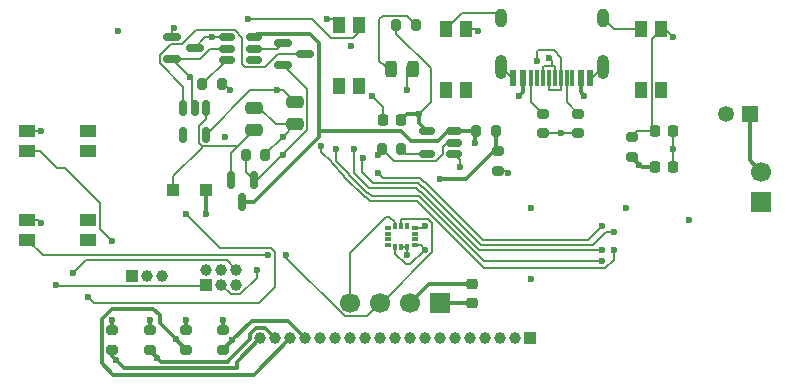
<source format=gbr>
%TF.GenerationSoftware,KiCad,Pcbnew,9.0.1*%
%TF.CreationDate,2025-06-14T17:56:14-05:00*%
%TF.ProjectId,OM-FlexGrid-Rigid-PCB,4f4d2d46-6c65-4784-9772-69642d526967,rev?*%
%TF.SameCoordinates,Original*%
%TF.FileFunction,Copper,L1,Top*%
%TF.FilePolarity,Positive*%
%FSLAX46Y46*%
G04 Gerber Fmt 4.6, Leading zero omitted, Abs format (unit mm)*
G04 Created by KiCad (PCBNEW 9.0.1) date 2025-06-14 17:56:14*
%MOMM*%
%LPD*%
G01*
G04 APERTURE LIST*
G04 Aperture macros list*
%AMRoundRect*
0 Rectangle with rounded corners*
0 $1 Rounding radius*
0 $2 $3 $4 $5 $6 $7 $8 $9 X,Y pos of 4 corners*
0 Add a 4 corners polygon primitive as box body*
4,1,4,$2,$3,$4,$5,$6,$7,$8,$9,$2,$3,0*
0 Add four circle primitives for the rounded corners*
1,1,$1+$1,$2,$3*
1,1,$1+$1,$4,$5*
1,1,$1+$1,$6,$7*
1,1,$1+$1,$8,$9*
0 Add four rect primitives between the rounded corners*
20,1,$1+$1,$2,$3,$4,$5,0*
20,1,$1+$1,$4,$5,$6,$7,0*
20,1,$1+$1,$6,$7,$8,$9,0*
20,1,$1+$1,$8,$9,$2,$3,0*%
G04 Aperture macros list end*
%TA.AperFunction,SMDPad,CuDef*%
%ADD10RoundRect,0.243750X0.243750X0.456250X-0.243750X0.456250X-0.243750X-0.456250X0.243750X-0.456250X0*%
%TD*%
%TA.AperFunction,SMDPad,CuDef*%
%ADD11RoundRect,0.200000X-0.200000X-0.275000X0.200000X-0.275000X0.200000X0.275000X-0.200000X0.275000X0*%
%TD*%
%TA.AperFunction,ComponentPad*%
%ADD12R,1.000000X1.000000*%
%TD*%
%TA.AperFunction,ComponentPad*%
%ADD13C,1.000000*%
%TD*%
%TA.AperFunction,SMDPad,CuDef*%
%ADD14R,0.600000X0.300000*%
%TD*%
%TA.AperFunction,SMDPad,CuDef*%
%ADD15R,0.300000X0.600000*%
%TD*%
%TA.AperFunction,ComponentPad*%
%ADD16R,1.700000X1.700000*%
%TD*%
%TA.AperFunction,ComponentPad*%
%ADD17C,1.700000*%
%TD*%
%TA.AperFunction,SMDPad,CuDef*%
%ADD18RoundRect,0.200000X-0.275000X0.200000X-0.275000X-0.200000X0.275000X-0.200000X0.275000X0.200000X0*%
%TD*%
%TA.AperFunction,SMDPad,CuDef*%
%ADD19RoundRect,0.250000X-0.300000X-0.300000X0.300000X-0.300000X0.300000X0.300000X-0.300000X0.300000X0*%
%TD*%
%TA.AperFunction,SMDPad,CuDef*%
%ADD20R,1.450000X1.000000*%
%TD*%
%TA.AperFunction,SMDPad,CuDef*%
%ADD21RoundRect,0.150000X-0.150000X0.512500X-0.150000X-0.512500X0.150000X-0.512500X0.150000X0.512500X0*%
%TD*%
%TA.AperFunction,SMDPad,CuDef*%
%ADD22RoundRect,0.225000X-0.250000X0.225000X-0.250000X-0.225000X0.250000X-0.225000X0.250000X0.225000X0*%
%TD*%
%TA.AperFunction,SMDPad,CuDef*%
%ADD23RoundRect,0.150000X-0.587500X-0.150000X0.587500X-0.150000X0.587500X0.150000X-0.587500X0.150000X0*%
%TD*%
%TA.AperFunction,SMDPad,CuDef*%
%ADD24RoundRect,0.200000X0.200000X0.275000X-0.200000X0.275000X-0.200000X-0.275000X0.200000X-0.275000X0*%
%TD*%
%TA.AperFunction,SMDPad,CuDef*%
%ADD25RoundRect,0.150000X-0.512500X-0.150000X0.512500X-0.150000X0.512500X0.150000X-0.512500X0.150000X0*%
%TD*%
%TA.AperFunction,SMDPad,CuDef*%
%ADD26R,1.000000X1.450000*%
%TD*%
%TA.AperFunction,SMDPad,CuDef*%
%ADD27RoundRect,0.150000X-0.150000X0.587500X-0.150000X-0.587500X0.150000X-0.587500X0.150000X0.587500X0*%
%TD*%
%TA.AperFunction,SMDPad,CuDef*%
%ADD28RoundRect,0.225000X-0.225000X-0.250000X0.225000X-0.250000X0.225000X0.250000X-0.225000X0.250000X0*%
%TD*%
%TA.AperFunction,SMDPad,CuDef*%
%ADD29RoundRect,0.250000X-0.475000X0.250000X-0.475000X-0.250000X0.475000X-0.250000X0.475000X0.250000X0*%
%TD*%
%TA.AperFunction,SMDPad,CuDef*%
%ADD30RoundRect,0.150000X0.512500X0.150000X-0.512500X0.150000X-0.512500X-0.150000X0.512500X-0.150000X0*%
%TD*%
%TA.AperFunction,SMDPad,CuDef*%
%ADD31R,0.600000X1.450000*%
%TD*%
%TA.AperFunction,SMDPad,CuDef*%
%ADD32R,0.300000X1.450000*%
%TD*%
%TA.AperFunction,HeatsinkPad*%
%ADD33O,1.000000X2.100000*%
%TD*%
%TA.AperFunction,HeatsinkPad*%
%ADD34O,1.000000X1.600000*%
%TD*%
%TA.AperFunction,SMDPad,CuDef*%
%ADD35RoundRect,0.225000X0.225000X0.250000X-0.225000X0.250000X-0.225000X-0.250000X0.225000X-0.250000X0*%
%TD*%
%TA.AperFunction,SMDPad,CuDef*%
%ADD36RoundRect,0.250000X0.475000X-0.250000X0.475000X0.250000X-0.475000X0.250000X-0.475000X-0.250000X0*%
%TD*%
%TA.AperFunction,SMDPad,CuDef*%
%ADD37RoundRect,0.200000X0.275000X-0.200000X0.275000X0.200000X-0.275000X0.200000X-0.275000X-0.200000X0*%
%TD*%
%TA.AperFunction,ComponentPad*%
%ADD38R,1.350000X1.350000*%
%TD*%
%TA.AperFunction,ComponentPad*%
%ADD39C,1.350000*%
%TD*%
%TA.AperFunction,ViaPad*%
%ADD40C,0.600000*%
%TD*%
%TA.AperFunction,Conductor*%
%ADD41C,0.200000*%
%TD*%
%TA.AperFunction,Conductor*%
%ADD42C,0.350000*%
%TD*%
G04 APERTURE END LIST*
D10*
%TO.P,D2,1,K*%
%TO.N,Net-(D2-K)*%
X186000000Y-104250000D03*
%TO.P,D2,2,A*%
%TO.N,Net-(D2-A)*%
X184125000Y-104250000D03*
%TD*%
D11*
%TO.P,R5,2*%
%TO.N,Net-(D2-A)*%
X186250000Y-100500000D03*
%TO.P,R5,1*%
%TO.N,VBUS*%
X184600000Y-100500000D03*
%TD*%
D12*
%TO.P,J6,1,Pin_1*%
%TO.N,GND*%
X162230000Y-121750000D03*
D13*
%TO.P,J6,2,Pin_2*%
%TO.N,RX*%
X163500000Y-121750000D03*
%TO.P,J6,3,Pin_3*%
%TO.N,TX*%
X164770000Y-121750000D03*
%TD*%
D12*
%TO.P,J1,1,Pin_1*%
%TO.N,GP41*%
X168480000Y-122500000D03*
D13*
%TO.P,J1,2,Pin_2*%
%TO.N,SPI_MOSI*%
X168480000Y-121230000D03*
%TO.P,J1,3,Pin_3*%
%TO.N,SPI_SCK*%
X169750000Y-122500000D03*
%TO.P,J1,4,Pin_4*%
%TO.N,SPI_MISO*%
X169750000Y-121230000D03*
%TO.P,J1,5,Pin_5*%
%TO.N,CS*%
X171020000Y-122500000D03*
%TO.P,J1,6,Pin_6*%
%TO.N,GP40*%
X171020000Y-121230000D03*
%TD*%
D14*
%TO.P,IC1,1,SDO/AD0*%
%TO.N,unconnected-(IC1-SDO{slash}AD0-Pad1)*%
X183850000Y-117650000D03*
%TO.P,IC1,2,RESV1*%
%TO.N,unconnected-(IC1-RESV1-Pad2)*%
X183850000Y-118150000D03*
%TO.P,IC1,3,RESV2*%
%TO.N,unconnected-(IC1-RESV2-Pad3)*%
X183850000Y-118650000D03*
%TO.P,IC1,4,INT1/INT*%
%TO.N,unconnected-(IC1-INT1{slash}INT-Pad4)*%
X183850000Y-119150000D03*
D15*
%TO.P,IC1,5,VDDIO*%
%TO.N,+3V3*%
X184500000Y-119300000D03*
%TO.P,IC1,6,GND*%
%TO.N,GND*%
X185000000Y-119300000D03*
%TO.P,IC1,7,RESV_3*%
X185500000Y-119300000D03*
D14*
%TO.P,IC1,8,VDD*%
%TO.N,+3V3*%
X186150000Y-119150000D03*
%TO.P,IC1,9,INT2/FSYNC/CLKIN*%
%TO.N,unconnected-(IC1-INT2{slash}FSYNC{slash}CLKIN-Pad9)*%
X186150000Y-118650000D03*
%TO.P,IC1,10,RESV_4*%
%TO.N,unconnected-(IC1-RESV_4-Pad10)*%
X186150000Y-118150000D03*
%TO.P,IC1,11,RESV_5*%
%TO.N,GND*%
X186150000Y-117650000D03*
D15*
%TO.P,IC1,12,AP_CS*%
%TO.N,unconnected-(IC1-AP_CS-Pad12)*%
X185500000Y-117500000D03*
%TO.P,IC1,13,SCL/SCLK*%
%TO.N,SCL*%
X185000000Y-117500000D03*
%TO.P,IC1,14,SDA/SDIO/ASDI*%
%TO.N,SDA*%
X184500000Y-117500000D03*
%TD*%
D16*
%TO.P,SCRN1,1,Pin_1*%
%TO.N,GND*%
X188310000Y-124000000D03*
D17*
%TO.P,SCRN1,2,Pin_2*%
%TO.N,+3V3*%
X185770000Y-124000000D03*
%TO.P,SCRN1,3,Pin_3*%
%TO.N,SCL*%
X183230000Y-124000000D03*
%TO.P,SCRN1,4,Pin_4*%
%TO.N,SDA*%
X180690000Y-124000000D03*
%TD*%
D18*
%TO.P,R14,1*%
%TO.N,GND*%
X163700000Y-126350000D03*
%TO.P,R14,2*%
%TO.N,ROW_2*%
X163700000Y-128000000D03*
%TD*%
D19*
%TO.P,D1,1,K*%
%TO.N,VIN*%
X165700000Y-114500000D03*
%TO.P,D1,2,A*%
%TO.N,VBUS*%
X168500000Y-114500000D03*
%TD*%
D20*
%TO.P,SELECT1,1,1*%
%TO.N,SELECT*%
X153350000Y-118700000D03*
%TO.P,SELECT1,2,2*%
%TO.N,GND*%
X153350000Y-117000000D03*
%TO.P,SELECT1,3*%
%TO.N,N/C*%
X158500000Y-118700000D03*
%TO.P,SELECT1,4*%
X158500000Y-117000000D03*
%TD*%
D21*
%TO.P,U3,1,IN*%
%TO.N,VIN*%
X168450000Y-107500000D03*
%TO.P,U3,2,GND*%
%TO.N,GND*%
X167500000Y-107500000D03*
%TO.P,U3,3,EN*%
%TO.N,Net-(U3-EN)*%
X166550000Y-107500000D03*
%TO.P,U3,4,NC*%
%TO.N,unconnected-(U3-NC-Pad4)*%
X166550000Y-109775000D03*
%TO.P,U3,5,OUT*%
%TO.N,+3V3*%
X168450000Y-109775000D03*
%TD*%
D20*
%TO.P,MENU1,1,1*%
%TO.N,MENU*%
X153350000Y-111200000D03*
%TO.P,MENU1,2,2*%
%TO.N,GND*%
X153350000Y-109500000D03*
%TO.P,MENU1,3*%
%TO.N,N/C*%
X158500000Y-111200000D03*
%TO.P,MENU1,4*%
X158500000Y-109500000D03*
%TD*%
D22*
%TO.P,C11,1*%
%TO.N,+3V3*%
X191000000Y-122450000D03*
%TO.P,C11,2*%
%TO.N,GND*%
X191000000Y-124000000D03*
%TD*%
D18*
%TO.P,R2,1*%
%TO.N,Net-(J4-CC1)*%
X200000000Y-108000000D03*
%TO.P,R2,2*%
%TO.N,GND*%
X200000000Y-109650000D03*
%TD*%
D23*
%TO.P,Q3,1,G*%
%TO.N,PWR_OFF*%
X165625000Y-101500000D03*
%TO.P,Q3,2,S*%
%TO.N,GND*%
X165625000Y-103400000D03*
%TO.P,Q3,3,D*%
%TO.N,Net-(MAX1-In)*%
X167500000Y-102450000D03*
%TD*%
D24*
%TO.P,R4,1*%
%TO.N,Net-(U4-PROG)*%
X185000000Y-111000000D03*
%TO.P,R4,2*%
%TO.N,GND*%
X183350000Y-111000000D03*
%TD*%
D25*
%TO.P,MAX1,1,In*%
%TO.N,Net-(MAX1-In)*%
X170225000Y-101550000D03*
%TO.P,MAX1,2,GND*%
%TO.N,GND*%
X170225000Y-102500000D03*
%TO.P,MAX1,3,CLEAR*%
%TO.N,Net-(MAX1-CLEAR)*%
X170225000Y-103450000D03*
%TO.P,MAX1,4,OU*%
%TO.N,unconnected-(MAX1-OU-Pad4)*%
X172500000Y-103450000D03*
%TO.P,MAX1,5,OUT*%
%TO.N,LDO_EN*%
X172500000Y-102500000D03*
%TO.P,MAX1,6,Vcc*%
%TO.N,VBAT*%
X172500000Y-101550000D03*
%TD*%
D26*
%TO.P,BOOT1,1,1*%
%TO.N,GND*%
X205300000Y-100850000D03*
%TO.P,BOOT1,2,2*%
%TO.N,EN*%
X207000000Y-100850000D03*
%TO.P,BOOT1,3*%
%TO.N,N/C*%
X205300000Y-106000000D03*
%TO.P,BOOT1,4*%
X207000000Y-106000000D03*
%TD*%
D27*
%TO.P,Q2,1,G*%
%TO.N,VBUS*%
X172500000Y-113600000D03*
%TO.P,Q2,2,S*%
%TO.N,VIN*%
X170600000Y-113600000D03*
%TO.P,Q2,3,D*%
%TO.N,VBAT*%
X171550000Y-115475000D03*
%TD*%
D18*
%TO.P,R1,1*%
%TO.N,Net-(J4-CC2)*%
X197000000Y-108000000D03*
%TO.P,R1,2*%
%TO.N,GND*%
X197000000Y-109650000D03*
%TD*%
D26*
%TO.P,SW_PWR1,1,1*%
%TO.N,GND*%
X179750000Y-100500000D03*
%TO.P,SW_PWR1,2,2*%
%TO.N,Net-(MAX1-In)*%
X181450000Y-100500000D03*
%TO.P,SW_PWR1,3*%
%TO.N,N/C*%
X179750000Y-105650000D03*
%TO.P,SW_PWR1,4*%
X181450000Y-105650000D03*
%TD*%
D28*
%TO.P,C10,1*%
%TO.N,+3V3*%
X206450000Y-112500000D03*
%TO.P,C10,2*%
%TO.N,GND*%
X208000000Y-112500000D03*
%TD*%
D18*
%TO.P,R8,1*%
%TO.N,ADC_BAT*%
X193175000Y-111175000D03*
%TO.P,R8,2*%
%TO.N,GND*%
X193175000Y-112825000D03*
%TD*%
D28*
%TO.P,C8,1*%
%TO.N,GND*%
X183450000Y-108500000D03*
%TO.P,C8,2*%
%TO.N,VBUS*%
X185000000Y-108500000D03*
%TD*%
D16*
%TO.P,J2,1,Pin_1*%
%TO.N,GND*%
X215500000Y-115500000D03*
D17*
%TO.P,J2,2,Pin_2*%
%TO.N,VBAT*%
X215500000Y-112960000D03*
%TD*%
D11*
%TO.P,R3,1*%
%TO.N,Net-(MAX1-CLEAR)*%
X168175000Y-105500000D03*
%TO.P,R3,2*%
%TO.N,GND*%
X169825000Y-105500000D03*
%TD*%
D29*
%TO.P,C7,1*%
%TO.N,+3V3*%
X176000000Y-107000000D03*
%TO.P,C7,2*%
%TO.N,GND*%
X176000000Y-108900000D03*
%TD*%
D30*
%TO.P,U4,1,~{CHRG}*%
%TO.N,Net-(D2-K)*%
X189500000Y-111400000D03*
%TO.P,U4,2,GND*%
%TO.N,GND*%
X189500000Y-110450000D03*
%TO.P,U4,3,BAT*%
%TO.N,VBAT*%
X189500000Y-109500000D03*
%TO.P,U4,4,V_{CC}*%
%TO.N,VBUS*%
X187225000Y-109500000D03*
%TO.P,U4,5,PROG*%
%TO.N,Net-(U4-PROG)*%
X187225000Y-111400000D03*
%TD*%
D26*
%TO.P,SW_RST1,1,1*%
%TO.N,GND*%
X188800000Y-100850000D03*
%TO.P,SW_RST1,2,2*%
%TO.N,100*%
X190500000Y-100850000D03*
%TO.P,SW_RST1,3*%
%TO.N,N/C*%
X188800000Y-106000000D03*
%TO.P,SW_RST1,4*%
X190500000Y-106000000D03*
%TD*%
D31*
%TO.P,J4,A1,GND*%
%TO.N,GND*%
X201000000Y-105000000D03*
%TO.P,J4,A4,VBUS*%
%TO.N,VBUS*%
X200200000Y-105000000D03*
D32*
%TO.P,J4,A5,CC1*%
%TO.N,Net-(J4-CC1)*%
X199000000Y-105000000D03*
%TO.P,J4,A6,D+*%
%TO.N,D+*%
X198000000Y-105000000D03*
%TO.P,J4,A7,D-*%
%TO.N,D-*%
X197500000Y-105000000D03*
%TO.P,J4,A8,SBU1*%
%TO.N,unconnected-(J4-SBU1-PadA8)*%
X196500000Y-105000000D03*
D31*
%TO.P,J4,A9,VBUS*%
%TO.N,VBUS*%
X195300000Y-105000000D03*
%TO.P,J4,A12,GND*%
%TO.N,GND*%
X194500000Y-105000000D03*
%TO.P,J4,B1,GND*%
X194500000Y-105000000D03*
%TO.P,J4,B4,VBUS*%
%TO.N,VBUS*%
X195300000Y-105000000D03*
D32*
%TO.P,J4,B5,CC2*%
%TO.N,Net-(J4-CC2)*%
X196000000Y-105000000D03*
%TO.P,J4,B6,D+*%
%TO.N,D+*%
X197000000Y-105000000D03*
%TO.P,J4,B7,D-*%
%TO.N,D-*%
X198500000Y-105000000D03*
%TO.P,J4,B8,SBU2*%
%TO.N,unconnected-(J4-SBU2-PadB8)*%
X199500000Y-105000000D03*
D31*
%TO.P,J4,B9,VBUS*%
%TO.N,VBUS*%
X200200000Y-105000000D03*
%TO.P,J4,B12,GND*%
%TO.N,GND*%
X201000000Y-105000000D03*
D33*
%TO.P,J4,S1,SHIELD*%
X202070000Y-104085000D03*
D34*
X202070000Y-99905000D03*
D33*
X193430000Y-104085000D03*
D34*
X193430000Y-99905000D03*
%TD*%
D35*
%TO.P,C5,1*%
%TO.N,GND*%
X208000000Y-109500000D03*
%TO.P,C5,2*%
%TO.N,EN*%
X206450000Y-109500000D03*
%TD*%
D11*
%TO.P,R7,1*%
%TO.N,VBAT*%
X191350000Y-109500000D03*
%TO.P,R7,2*%
%TO.N,ADC_BAT*%
X193000000Y-109500000D03*
%TD*%
D36*
%TO.P,C6,1*%
%TO.N,VIN*%
X172500000Y-109400000D03*
%TO.P,C6,2*%
%TO.N,GND*%
X172500000Y-107500000D03*
%TD*%
D18*
%TO.P,R15,1*%
%TO.N,GND*%
X160500000Y-126350000D03*
%TO.P,R15,2*%
%TO.N,ROW_3*%
X160500000Y-128000000D03*
%TD*%
%TO.P,R12,1*%
%TO.N,GND*%
X169900000Y-126350000D03*
%TO.P,R12,2*%
%TO.N,ROW_0*%
X169900000Y-128000000D03*
%TD*%
D37*
%TO.P,R6,1*%
%TO.N,+3V3*%
X204500000Y-111650000D03*
%TO.P,R6,2*%
%TO.N,EN*%
X204500000Y-110000000D03*
%TD*%
D18*
%TO.P,R13,1*%
%TO.N,GND*%
X166800000Y-126350000D03*
%TO.P,R13,2*%
%TO.N,ROW_1*%
X166800000Y-128000000D03*
%TD*%
D23*
%TO.P,D3,1*%
%TO.N,LDO_EN*%
X175000000Y-102000000D03*
%TO.P,D3,2*%
%TO.N,VBUS*%
X175000000Y-103900000D03*
%TO.P,D3,3*%
%TO.N,Net-(U3-EN)*%
X176875000Y-102950000D03*
%TD*%
D11*
%TO.P,R9,1*%
%TO.N,VBUS*%
X171850000Y-111500000D03*
%TO.P,R9,2*%
%TO.N,GND*%
X173500000Y-111500000D03*
%TD*%
D38*
%TO.P,J5,1,Pin_1*%
%TO.N,VBAT*%
X214500000Y-108000000D03*
D39*
%TO.P,J5,2,Pin_2*%
%TO.N,MotorGND*%
X212500000Y-108000000D03*
%TD*%
D12*
%TO.P,J3,1,Pin_1*%
%TO.N,COL_0*%
X195930000Y-127000000D03*
D13*
%TO.P,J3,2,Pin_2*%
%TO.N,COL_1*%
X194660000Y-127000000D03*
%TO.P,J3,3,Pin_3*%
%TO.N,COL_2*%
X193390000Y-127000000D03*
%TO.P,J3,4,Pin_4*%
%TO.N,COL_3*%
X192120000Y-127000000D03*
%TO.P,J3,5,Pin_5*%
%TO.N,COL_4*%
X190850000Y-127000000D03*
%TO.P,J3,6,Pin_6*%
%TO.N,COL_5*%
X189580000Y-127000000D03*
%TO.P,J3,7,Pin_7*%
%TO.N,COL_6*%
X188310000Y-127000000D03*
%TO.P,J3,8,Pin_8*%
%TO.N,COL_7*%
X187040000Y-127000000D03*
%TO.P,J3,9,Pin_9*%
%TO.N,COL_8*%
X185770000Y-127000000D03*
%TO.P,J3,10,Pin_10*%
%TO.N,COL_9*%
X184500000Y-127000000D03*
%TO.P,J3,11,Pin_11*%
%TO.N,COL_10*%
X183230000Y-127000000D03*
%TO.P,J3,12,Pin_12*%
%TO.N,COL_11*%
X181960000Y-127000000D03*
%TO.P,J3,13,Pin_13*%
%TO.N,COL_12*%
X180690000Y-127000000D03*
%TO.P,J3,14,Pin_14*%
%TO.N,COL_13*%
X179420000Y-127000000D03*
%TO.P,J3,15,Pin_15*%
%TO.N,COL_14*%
X178150000Y-127000000D03*
%TO.P,J3,16,Pin_16*%
%TO.N,ROW_0*%
X176880000Y-127000000D03*
%TO.P,J3,17,Pin_17*%
%TO.N,ROW_1*%
X175610000Y-127000000D03*
%TO.P,J3,18,Pin_18*%
%TO.N,ROW_2*%
X174340000Y-127000000D03*
%TO.P,J3,19,Pin_19*%
%TO.N,ROW_3*%
X173070000Y-127000000D03*
%TD*%
D40*
%TO.N,GND*%
X170040000Y-109960000D03*
X167112500Y-104887500D03*
%TO.N,100*%
X191500000Y-101000000D03*
%TO.N,SPI_SCK*%
X172750000Y-121250000D03*
%TO.N,GP41*%
X155750000Y-122500000D03*
%TO.N,GP40*%
X157250000Y-121500000D03*
%TO.N,+3V3*%
X205175000Y-112325000D03*
%TO.N,D-*%
X196500000Y-103500000D03*
%TO.N,D+*%
X197500000Y-103250000D03*
%TO.N,ADC_BAT*%
X188250000Y-113500000D03*
%TO.N,EN*%
X208000000Y-101500000D03*
%TO.N,VBAT*%
X191250000Y-110500000D03*
%TO.N,ROW_3*%
X158500000Y-123500000D03*
X166750000Y-116500000D03*
%TO.N,GND*%
X161000000Y-101000000D03*
X154500000Y-109500000D03*
X154500000Y-117250000D03*
%TO.N,SELECT*%
X173750000Y-120000000D03*
%TO.N,MENU*%
X160500000Y-118750000D03*
%TO.N,PWR_OFF*%
X165750000Y-100750000D03*
%TO.N,ROW_1*%
X165900000Y-127100000D03*
%TO.N,ROW_0*%
X170700000Y-127200000D03*
%TO.N,ROW_2*%
X164350000Y-128650000D03*
%TO.N,ROW_3*%
X160875000Y-128875000D03*
%TO.N,SCL*%
X175250000Y-120000000D03*
%TO.N,S1*%
X181750000Y-111750000D03*
%TO.N,S2*%
X181000000Y-111000000D03*
%TO.N,GP16_E*%
X179500000Y-111000000D03*
%TO.N,S3*%
X178250000Y-110750000D03*
%TO.N,S0*%
X183000000Y-113000000D03*
%TO.N,+3V3*%
X180750000Y-102250000D03*
%TO.N,GND*%
X178750000Y-100000000D03*
%TO.N,Net-(MAX1-In)*%
X169000000Y-101550000D03*
X172000000Y-100000000D03*
%TO.N,GND*%
X187000000Y-117500000D03*
%TO.N,+3V3*%
X187000000Y-119500000D03*
%TO.N,GND*%
X185500000Y-120000000D03*
%TO.N,S3*%
X203000000Y-119500000D03*
%TO.N,S0*%
X202000000Y-117500000D03*
%TO.N,S1*%
X203000000Y-118000000D03*
%TO.N,S2*%
X202000000Y-119500000D03*
%TO.N,GP16_E*%
X202000000Y-120500000D03*
%TO.N,+3V3*%
X196000000Y-122000000D03*
X196000000Y-116000000D03*
%TO.N,GND*%
X204000000Y-116000000D03*
%TO.N,Net-(D2-K)*%
X185500000Y-106000000D03*
X190000000Y-112500000D03*
%TO.N,GND*%
X183000000Y-111500000D03*
X182500000Y-106500000D03*
X194000000Y-113000000D03*
X208000000Y-111000000D03*
X209350000Y-117000000D03*
X169900000Y-125500000D03*
X166800000Y-125500000D03*
X163700000Y-125500000D03*
X160500000Y-125500000D03*
X198500000Y-109650000D03*
%TO.N,VBUS*%
X168500000Y-116500000D03*
X186500000Y-108000000D03*
X175000000Y-111500000D03*
X195000000Y-106500000D03*
X200500000Y-106500000D03*
%TO.N,GND*%
X174950000Y-109950000D03*
%TO.N,+3V3*%
X174500000Y-106000000D03*
%TO.N,GND*%
X170500000Y-106000000D03*
%TD*%
D41*
%TO.N,SDA*%
X184449000Y-117199000D02*
X184000000Y-116750000D01*
X184451000Y-117199000D02*
X184449000Y-117199000D01*
X183698000Y-116750000D02*
X180690000Y-119758000D01*
X180690000Y-119758000D02*
X180690000Y-124000000D01*
X184500000Y-117248000D02*
X184451000Y-117199000D01*
X184500000Y-117500000D02*
X184500000Y-117248000D01*
X184000000Y-116750000D02*
X183698000Y-116750000D01*
%TO.N,GND*%
X179250000Y-100000000D02*
X179750000Y-100500000D01*
X178750000Y-100000000D02*
X179250000Y-100000000D01*
%TO.N,Net-(MAX1-In)*%
X181450000Y-101050000D02*
X181450000Y-100500000D01*
X180899000Y-101601000D02*
X181450000Y-101050000D01*
X179024000Y-101601000D02*
X180899000Y-101601000D01*
X177423000Y-100000000D02*
X179024000Y-101601000D01*
X172000000Y-100000000D02*
X177423000Y-100000000D01*
%TO.N,GND*%
X167250000Y-105025000D02*
X167112500Y-104887500D01*
X167250000Y-107250000D02*
X167250000Y-105025000D01*
X167500000Y-107500000D02*
X167250000Y-107250000D01*
%TO.N,+3V3*%
X185400057Y-120750000D02*
X185750000Y-120750000D01*
X184500000Y-119849943D02*
X185400057Y-120750000D01*
X184500000Y-119300000D02*
X184500000Y-119849943D01*
X185750000Y-120750000D02*
X187000000Y-119500000D01*
%TO.N,GND*%
X167112500Y-104887500D02*
X165625000Y-103400000D01*
%TO.N,VIN*%
X165700000Y-113300000D02*
X165700000Y-114500000D01*
X168109032Y-110890968D02*
X165700000Y-113300000D01*
X168109032Y-110738500D02*
X168109032Y-110890968D01*
%TO.N,VBUS*%
X184600000Y-101250000D02*
X187500000Y-104150000D01*
X184600000Y-100500000D02*
X184600000Y-101250000D01*
%TO.N,Net-(D2-A)*%
X183149000Y-100011936D02*
X183149000Y-103524000D01*
X185474000Y-99724000D02*
X183436936Y-99724000D01*
X183149000Y-103524000D02*
X183625000Y-104000000D01*
X186250000Y-100500000D02*
X185474000Y-99724000D01*
X183436936Y-99724000D02*
X183149000Y-100011936D01*
%TO.N,100*%
X191350000Y-100850000D02*
X191500000Y-101000000D01*
X190500000Y-100850000D02*
X191350000Y-100850000D01*
%TO.N,PWR_OFF*%
X165625000Y-100875000D02*
X165625000Y-101500000D01*
X165750000Y-100750000D02*
X165625000Y-100875000D01*
%TO.N,SPI_SCK*%
X172750000Y-121902786D02*
X172750000Y-121250000D01*
X171351786Y-123301000D02*
X172750000Y-121902786D01*
X170551000Y-123301000D02*
X171351786Y-123301000D01*
X169750000Y-122500000D02*
X170551000Y-123301000D01*
%TO.N,ROW_3*%
X159000000Y-124000000D02*
X158500000Y-123500000D01*
X173000000Y-124000000D02*
X159000000Y-124000000D01*
X174351000Y-122649000D02*
X173000000Y-124000000D01*
X173998943Y-119399000D02*
X174351000Y-119751057D01*
X174351000Y-119751057D02*
X174351000Y-122649000D01*
X169649000Y-119399000D02*
X173998943Y-119399000D01*
X166750000Y-116500000D02*
X169649000Y-119399000D01*
%TO.N,GP41*%
X155801000Y-122551000D02*
X155750000Y-122500000D01*
X168429000Y-122551000D02*
X155801000Y-122551000D01*
X168480000Y-122500000D02*
X168429000Y-122551000D01*
%TO.N,GP40*%
X170219000Y-120429000D02*
X158321000Y-120429000D01*
X158321000Y-120429000D02*
X157250000Y-121500000D01*
X171020000Y-121230000D02*
X170219000Y-120429000D01*
D42*
%TO.N,+3V3*%
X205175000Y-112325000D02*
X204500000Y-111650000D01*
D41*
%TO.N,D-*%
X196601000Y-102649000D02*
X197899000Y-102649000D01*
X198500000Y-103250000D02*
X198500000Y-105000000D01*
X196500000Y-102750000D02*
X196601000Y-102649000D01*
X196500000Y-103500000D02*
X196500000Y-102750000D01*
X197899000Y-102649000D02*
X198500000Y-103250000D01*
%TO.N,D+*%
X197750000Y-103500000D02*
X197750000Y-103974000D01*
X197500000Y-103250000D02*
X197750000Y-103500000D01*
X197049000Y-103974000D02*
X197750000Y-103974000D01*
D42*
%TO.N,ADC_BAT*%
X188250000Y-113500000D02*
X190500000Y-113500000D01*
X192825000Y-111175000D02*
X193175000Y-111175000D01*
X190500000Y-113500000D02*
X192825000Y-111175000D01*
D41*
%TO.N,EN*%
X207350000Y-100850000D02*
X208000000Y-101500000D01*
X207000000Y-100850000D02*
X207350000Y-100850000D01*
%TO.N,Net-(D2-K)*%
X185500000Y-106000000D02*
X185500000Y-104000000D01*
%TO.N,VBUS*%
X187500000Y-107000000D02*
X186500000Y-108000000D01*
X187500000Y-104150000D02*
X187500000Y-107000000D01*
D42*
%TO.N,VBAT*%
X191250000Y-109600000D02*
X191350000Y-109500000D01*
X191250000Y-110500000D02*
X191250000Y-109600000D01*
D41*
%TO.N,MENU*%
X156571150Y-112571150D02*
X155821150Y-112571150D01*
X159526000Y-115526000D02*
X156571150Y-112571150D01*
X154450000Y-111200000D02*
X153350000Y-111200000D01*
X159526000Y-117776000D02*
X159526000Y-115526000D01*
X160500000Y-118750000D02*
X159526000Y-117776000D01*
X155821150Y-112571150D02*
X154450000Y-111200000D01*
%TO.N,GND*%
X153350000Y-109500000D02*
X154500000Y-109500000D01*
X154250000Y-117000000D02*
X154500000Y-117250000D01*
X153350000Y-117000000D02*
X154250000Y-117000000D01*
%TO.N,SELECT*%
X154650000Y-120000000D02*
X173750000Y-120000000D01*
X153350000Y-118700000D02*
X154650000Y-120000000D01*
D42*
%TO.N,ROW_1*%
X165900000Y-127100000D02*
X166800000Y-128000000D01*
%TO.N,ROW_0*%
X170700000Y-127200000D02*
X172327000Y-125573000D01*
%TO.N,ROW_2*%
X164350000Y-128650000D02*
X163700000Y-128000000D01*
%TO.N,ROW_3*%
X160875000Y-128875000D02*
X160500000Y-128500000D01*
D41*
%TO.N,SCL*%
X180213240Y-125151000D02*
X182079000Y-125151000D01*
X175250000Y-120187760D02*
X180213240Y-125151000D01*
X175250000Y-120000000D02*
X175250000Y-120187760D01*
X182079000Y-125151000D02*
X183230000Y-124000000D01*
%TO.N,S3*%
X203000000Y-120349943D02*
X203000000Y-119500000D01*
X202248943Y-121101000D02*
X203000000Y-120349943D01*
X192018043Y-121101000D02*
X202248943Y-121101000D01*
X186318043Y-115401000D02*
X192018043Y-121101000D01*
X182333900Y-115401000D02*
X186318043Y-115401000D01*
X182020900Y-115088000D02*
X182333900Y-115401000D01*
X180198000Y-113332200D02*
X181953800Y-115088000D01*
X179099000Y-112166100D02*
X180198000Y-113265100D01*
X181953800Y-115088000D02*
X182020900Y-115088000D01*
X179099000Y-112099000D02*
X179099000Y-112166100D01*
X178250000Y-111250000D02*
X179099000Y-112099000D01*
X180198000Y-113265100D02*
X180198000Y-113332200D01*
X178250000Y-110750000D02*
X178250000Y-111250000D01*
%TO.N,GP16_E*%
X192000000Y-120500000D02*
X202000000Y-120500000D01*
X182187000Y-114687000D02*
X182500000Y-115000000D01*
X182500000Y-115000000D02*
X186500000Y-115000000D01*
X180599000Y-113166100D02*
X182119900Y-114687000D01*
X180599000Y-113099000D02*
X180599000Y-113166100D01*
X179500000Y-112000000D02*
X180599000Y-113099000D01*
X182119900Y-114687000D02*
X182187000Y-114687000D01*
X179500000Y-111000000D02*
X179500000Y-112000000D01*
X186500000Y-115000000D02*
X192000000Y-120500000D01*
%TO.N,S2*%
X181000000Y-111000000D02*
X181000000Y-113000000D01*
%TO.N,S1*%
X181716450Y-111783550D02*
X181750000Y-111750000D01*
X181716450Y-112966450D02*
X181716450Y-111783550D01*
X186452100Y-113885000D02*
X182635000Y-113885000D01*
X191733200Y-119099000D02*
X186832200Y-114198000D01*
X201250943Y-119099000D02*
X191733200Y-119099000D01*
X186765100Y-114198000D02*
X186452100Y-113885000D01*
X202349943Y-118000000D02*
X201250943Y-119099000D01*
X203000000Y-118000000D02*
X202349943Y-118000000D01*
X186832200Y-114198000D02*
X186765100Y-114198000D01*
X182635000Y-113885000D02*
X181716450Y-112966450D01*
%TO.N,S0*%
X186931200Y-113797000D02*
X186618200Y-113484000D01*
X186998300Y-113797000D02*
X186931200Y-113797000D01*
X183484000Y-113484000D02*
X183000000Y-113000000D01*
X191899300Y-118698000D02*
X186998300Y-113797000D01*
X186618200Y-113484000D02*
X183484000Y-113484000D01*
X200802000Y-118698000D02*
X191899300Y-118698000D01*
X202000000Y-117500000D02*
X200802000Y-118698000D01*
%TO.N,Net-(MAX1-In)*%
X169000000Y-101550000D02*
X168400000Y-101550000D01*
%TO.N,S2*%
X182286000Y-114286000D02*
X181000000Y-113000000D01*
X186286000Y-114286000D02*
X182286000Y-114286000D01*
X186666100Y-114599000D02*
X186599000Y-114599000D01*
X186599000Y-114599000D02*
X186286000Y-114286000D01*
X191567100Y-119500000D02*
X186666100Y-114599000D01*
X202000000Y-119500000D02*
X191567100Y-119500000D01*
%TO.N,SCL*%
X185049000Y-116899000D02*
X187248943Y-116899000D01*
X185000000Y-116948000D02*
X185049000Y-116899000D01*
X183349943Y-124000000D02*
X183230000Y-124000000D01*
X185000000Y-117500000D02*
X185000000Y-116948000D01*
X187248943Y-116899000D02*
X187601000Y-117251057D01*
X187601000Y-117251057D02*
X187601000Y-119748943D01*
X187601000Y-119748943D02*
X183349943Y-124000000D01*
%TO.N,GND*%
X186850000Y-117650000D02*
X187000000Y-117500000D01*
X186150000Y-117650000D02*
X186850000Y-117650000D01*
%TO.N,+3V3*%
X186650000Y-119150000D02*
X187000000Y-119500000D01*
X186150000Y-119150000D02*
X186650000Y-119150000D01*
%TO.N,GND*%
X185500000Y-119300000D02*
X185500000Y-120000000D01*
X185000000Y-119300000D02*
X185500000Y-119300000D01*
D42*
%TO.N,ROW_1*%
X172508000Y-130102000D02*
X175610000Y-127000000D01*
X160602000Y-130102000D02*
X172508000Y-130102000D01*
%TO.N,ROW_0*%
X175453000Y-125573000D02*
X176880000Y-127000000D01*
X172327000Y-125573000D02*
X175453000Y-125573000D01*
X169900000Y-128000000D02*
X170700000Y-127200000D01*
%TO.N,ROW_2*%
X172707148Y-126124000D02*
X173464000Y-126124000D01*
X173464000Y-126124000D02*
X174340000Y-127000000D01*
X172194000Y-126637148D02*
X172707148Y-126124000D01*
X172194000Y-127096768D02*
X172194000Y-126637148D01*
X170331148Y-128959620D02*
X172194000Y-127096768D01*
X170331148Y-129000000D02*
X170331148Y-128959620D01*
%TO.N,ROW_3*%
X171070000Y-129000000D02*
X173070000Y-127000000D01*
X171070000Y-129500000D02*
X171070000Y-129000000D01*
D41*
%TO.N,Net-(D2-K)*%
X190000000Y-111900000D02*
X190000000Y-112500000D01*
X189500000Y-111400000D02*
X190000000Y-111900000D01*
%TO.N,GND*%
X183450000Y-107450000D02*
X182500000Y-106500000D01*
X183450000Y-108500000D02*
X183450000Y-107450000D01*
X183000000Y-111350000D02*
X183000000Y-111500000D01*
X183350000Y-111000000D02*
X183000000Y-111350000D01*
X187928468Y-112001000D02*
X184351000Y-112001000D01*
X188500000Y-111429468D02*
X187928468Y-112001000D01*
X188500000Y-110787501D02*
X188500000Y-111429468D01*
X188837501Y-110450000D02*
X188500000Y-110787501D01*
X184351000Y-112001000D02*
X183350000Y-111000000D01*
X189500000Y-110450000D02*
X188837501Y-110450000D01*
%TO.N,Net-(U4-PROG)*%
X185400000Y-111400000D02*
X185000000Y-111000000D01*
X187225000Y-111400000D02*
X185400000Y-111400000D01*
%TO.N,GND*%
X193825000Y-112825000D02*
X194000000Y-113000000D01*
X193175000Y-112825000D02*
X193825000Y-112825000D01*
X208000000Y-111000000D02*
X208000000Y-112500000D01*
X208000000Y-109500000D02*
X208000000Y-111000000D01*
%TO.N,EN*%
X205000000Y-109500000D02*
X204500000Y-110000000D01*
X206450000Y-109500000D02*
X205000000Y-109500000D01*
X206199000Y-109249000D02*
X206450000Y-109500000D01*
X206199000Y-101651000D02*
X206199000Y-109249000D01*
X207000000Y-100850000D02*
X206199000Y-101651000D01*
D42*
%TO.N,VBAT*%
X185000000Y-109500000D02*
X178000000Y-109500000D01*
X185852435Y-110352435D02*
X185000000Y-109500000D01*
X189000000Y-109500000D02*
X188147565Y-110352435D01*
X189500000Y-109500000D02*
X189000000Y-109500000D01*
X178000000Y-109500000D02*
X178000000Y-110000000D01*
X188147565Y-110352435D02*
X185852435Y-110352435D01*
X214500000Y-111960000D02*
X214500000Y-108000000D01*
X215500000Y-112960000D02*
X214500000Y-111960000D01*
%TO.N,ADC_BAT*%
X193000000Y-111000000D02*
X193175000Y-111175000D01*
X193000000Y-109500000D02*
X193000000Y-111000000D01*
%TO.N,+3V3*%
X205350000Y-112500000D02*
X205175000Y-112325000D01*
X206450000Y-112500000D02*
X205350000Y-112500000D01*
%TO.N,ROW_1*%
X164551000Y-125751000D02*
X165900000Y-127100000D01*
X164551000Y-125051000D02*
X164551000Y-125751000D01*
X164000000Y-124500000D02*
X164551000Y-125051000D01*
X160543991Y-124500000D02*
X164000000Y-124500000D01*
X159649000Y-125394991D02*
X160543991Y-124500000D01*
X159649000Y-129149000D02*
X159649000Y-125394991D01*
X160602000Y-130102000D02*
X159649000Y-129149000D01*
%TO.N,ROW_3*%
X164420768Y-129500000D02*
X161500000Y-129500000D01*
X164471768Y-129551000D02*
X164420768Y-129500000D01*
X170559380Y-129551000D02*
X164471768Y-129551000D01*
X160500000Y-128500000D02*
X160500000Y-128000000D01*
X170610380Y-129500000D02*
X170559380Y-129551000D01*
X171070000Y-129500000D02*
X170610380Y-129500000D01*
X161500000Y-129500000D02*
X160875000Y-128875000D01*
%TO.N,ROW_2*%
X170331148Y-129000000D02*
X164700000Y-129000000D01*
X164700000Y-129000000D02*
X164350000Y-128650000D01*
%TO.N,GND*%
X166800000Y-126350000D02*
X166800000Y-125500000D01*
X169900000Y-126350000D02*
X169900000Y-125500000D01*
X163700000Y-126350000D02*
X163700000Y-125500000D01*
X160500000Y-126350000D02*
X160500000Y-125500000D01*
%TO.N,+3V3*%
X187320000Y-122450000D02*
X185770000Y-124000000D01*
X191000000Y-122450000D02*
X187320000Y-122450000D01*
%TO.N,GND*%
X191000000Y-124000000D02*
X188310000Y-124000000D01*
%TO.N,VBAT*%
X191350000Y-109500000D02*
X189500000Y-109500000D01*
D41*
%TO.N,GND*%
X193025000Y-99500000D02*
X193430000Y-99905000D01*
X190150000Y-99500000D02*
X193025000Y-99500000D01*
X188800000Y-100850000D02*
X190150000Y-99500000D01*
X203015000Y-100850000D02*
X202070000Y-99905000D01*
X205300000Y-100850000D02*
X203015000Y-100850000D01*
X194500000Y-105000000D02*
X194345000Y-105000000D01*
X194345000Y-105000000D02*
X193430000Y-104085000D01*
X201155000Y-105000000D02*
X202070000Y-104085000D01*
X201000000Y-105000000D02*
X201155000Y-105000000D01*
X198500000Y-109650000D02*
X197000000Y-109650000D01*
X200000000Y-109650000D02*
X198500000Y-109650000D01*
%TO.N,Net-(J4-CC1)*%
X199000000Y-107000000D02*
X200000000Y-108000000D01*
X199000000Y-105000000D02*
X199000000Y-107000000D01*
%TO.N,Net-(J4-CC2)*%
X196000000Y-107000000D02*
X197000000Y-108000000D01*
X196000000Y-105000000D02*
X196000000Y-107000000D01*
%TO.N,D-*%
X197549000Y-106026000D02*
X198451000Y-106026000D01*
X198451000Y-106026000D02*
X198500000Y-105977000D01*
X197500000Y-105977000D02*
X197549000Y-106026000D01*
X198500000Y-105977000D02*
X198500000Y-105000000D01*
X197500000Y-105000000D02*
X197500000Y-105977000D01*
%TO.N,D+*%
X197951000Y-103974000D02*
X198000000Y-104023000D01*
X197750000Y-103974000D02*
X197951000Y-103974000D01*
X197000000Y-104023000D02*
X197049000Y-103974000D01*
X198000000Y-104023000D02*
X198000000Y-105000000D01*
X197000000Y-105000000D02*
X197000000Y-104023000D01*
D42*
%TO.N,VBUS*%
X168500000Y-116500000D02*
X168500000Y-114500000D01*
X186500000Y-108775000D02*
X187225000Y-109500000D01*
X186500000Y-108000000D02*
X186500000Y-108775000D01*
X185500000Y-108000000D02*
X185000000Y-108500000D01*
X186500000Y-108000000D02*
X185500000Y-108000000D01*
X200200000Y-106200000D02*
X200500000Y-106500000D01*
X200200000Y-105000000D02*
X200200000Y-106200000D01*
X195300000Y-106200000D02*
X195000000Y-106500000D01*
X195300000Y-105000000D02*
X195300000Y-106200000D01*
D41*
%TO.N,GND*%
X174950000Y-109950000D02*
X176000000Y-108900000D01*
X173500000Y-111400000D02*
X174950000Y-109950000D01*
X173500000Y-111500000D02*
X173500000Y-111400000D01*
%TO.N,VBUS*%
X171850000Y-112950000D02*
X172500000Y-113600000D01*
X171850000Y-111500000D02*
X171850000Y-112950000D01*
%TO.N,GND*%
X170000000Y-105500000D02*
X170500000Y-106000000D01*
X169825000Y-105500000D02*
X170000000Y-105500000D01*
%TO.N,Net-(MAX1-CLEAR)*%
X168175000Y-105500000D02*
X170225000Y-103450000D01*
%TO.N,GND*%
X168829468Y-102500000D02*
X167929468Y-103400000D01*
X167929468Y-103400000D02*
X165625000Y-103400000D01*
X170225000Y-102500000D02*
X168829468Y-102500000D01*
%TO.N,Net-(MAX1-In)*%
X168400000Y-101550000D02*
X167500000Y-102450000D01*
X170225000Y-101550000D02*
X169000000Y-101550000D01*
%TO.N,Net-(U3-EN)*%
X174570532Y-102950000D02*
X176875000Y-102950000D01*
X173469532Y-104051000D02*
X174570532Y-102950000D01*
X171796532Y-104051000D02*
X173469532Y-104051000D01*
X171536500Y-103790968D02*
X171796532Y-104051000D01*
X171536500Y-101557032D02*
X171536500Y-103790968D01*
X170928468Y-100949000D02*
X171536500Y-101557032D01*
X167621532Y-100949000D02*
X170928468Y-100949000D01*
X166461500Y-102109032D02*
X167621532Y-100949000D01*
X165536500Y-102109032D02*
X166461500Y-102109032D01*
X164586500Y-103059032D02*
X165536500Y-102109032D01*
X164586500Y-103740968D02*
X164586500Y-103059032D01*
X166550000Y-105704468D02*
X164586500Y-103740968D01*
X166550000Y-107500000D02*
X166550000Y-105704468D01*
%TO.N,VBUS*%
X177026000Y-109385160D02*
X172811160Y-113600000D01*
X177026000Y-105926000D02*
X177026000Y-109385160D01*
X172811160Y-113600000D02*
X172500000Y-113600000D01*
X175000000Y-103900000D02*
X177026000Y-105926000D01*
D42*
%TO.N,VBAT*%
X177250000Y-101250000D02*
X178000000Y-102000000D01*
X172800000Y-101250000D02*
X177250000Y-101250000D01*
X178000000Y-102000000D02*
X178000000Y-109500000D01*
D41*
X172500000Y-101550000D02*
X172800000Y-101250000D01*
D42*
X178000000Y-110000000D02*
X172525000Y-115475000D01*
X172525000Y-115475000D02*
X171550000Y-115475000D01*
D41*
%TO.N,LDO_EN*%
X174500000Y-102500000D02*
X172500000Y-102500000D01*
X175000000Y-102000000D02*
X174500000Y-102500000D01*
%TO.N,VIN*%
X170600000Y-111300000D02*
X170600000Y-113600000D01*
X171161500Y-110738500D02*
X170600000Y-111300000D01*
X168109032Y-110738500D02*
X171161500Y-110738500D01*
X167849000Y-110478468D02*
X168109032Y-110738500D01*
X167849000Y-109071532D02*
X167849000Y-110478468D01*
X171161500Y-110738500D02*
X172500000Y-109400000D01*
X168450000Y-108470532D02*
X167849000Y-109071532D01*
X168450000Y-107500000D02*
X168450000Y-108470532D01*
%TO.N,+3V3*%
X174500000Y-106000000D02*
X172225000Y-106000000D01*
X175000000Y-106000000D02*
X174500000Y-106000000D01*
X172225000Y-106000000D02*
X168450000Y-109775000D01*
X176000000Y-107000000D02*
X175000000Y-106000000D01*
%TO.N,GND*%
X173000000Y-107500000D02*
X174400000Y-108900000D01*
X172500000Y-107500000D02*
X173000000Y-107500000D01*
X174400000Y-108900000D02*
X176000000Y-108900000D01*
%TD*%
M02*

</source>
